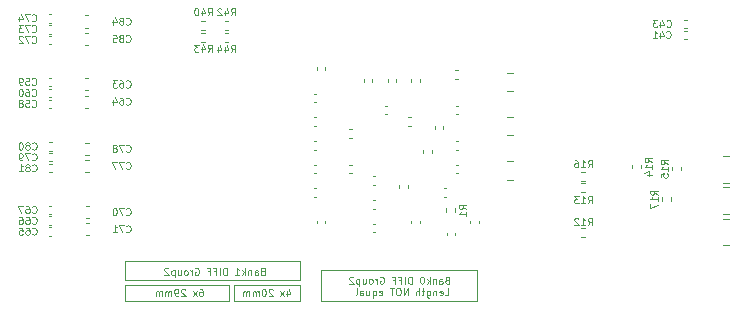
<source format=gbr>
%TF.GenerationSoftware,KiCad,Pcbnew,(6.0.0)*%
%TF.CreationDate,2022-04-28T20:30:45+08:00*%
%TF.ProjectId,XC6SLX25(FTG256)_CoreBoard,58433653-4c58-4323-9528-465447323536,rev?*%
%TF.SameCoordinates,Original*%
%TF.FileFunction,Legend,Bot*%
%TF.FilePolarity,Positive*%
%FSLAX46Y46*%
G04 Gerber Fmt 4.6, Leading zero omitted, Abs format (unit mm)*
G04 Created by KiCad (PCBNEW (6.0.0)) date 2022-04-28 20:30:45*
%MOMM*%
%LPD*%
G01*
G04 APERTURE LIST*
%ADD10C,0.080000*%
%ADD11C,0.100000*%
G04 APERTURE END LIST*
D10*
X121600000Y-103600000D02*
X130375000Y-103600000D01*
X130375000Y-103600000D02*
X130375000Y-105000000D01*
X130375000Y-105000000D02*
X121600000Y-105000000D01*
X121600000Y-105000000D02*
X121600000Y-103600000D01*
X121600000Y-101600000D02*
X136400000Y-101600000D01*
X136400000Y-101600000D02*
X136400000Y-103200000D01*
X136400000Y-103200000D02*
X121600000Y-103200000D01*
X121600000Y-103200000D02*
X121600000Y-101600000D01*
X138200000Y-102400000D02*
X151400000Y-102400000D01*
X151400000Y-102400000D02*
X151400000Y-105000000D01*
X151400000Y-105000000D02*
X138200000Y-105000000D01*
X138200000Y-105000000D02*
X138200000Y-102400000D01*
X130775000Y-103595000D02*
X136400000Y-103595000D01*
X136400000Y-103595000D02*
X136400000Y-105000000D01*
X136400000Y-105000000D02*
X130775000Y-105000000D01*
X130775000Y-105000000D02*
X130775000Y-103595000D01*
X127903571Y-103976428D02*
X128017857Y-103976428D01*
X128075000Y-104005000D01*
X128103571Y-104033571D01*
X128160714Y-104119285D01*
X128189285Y-104233571D01*
X128189285Y-104462142D01*
X128160714Y-104519285D01*
X128132142Y-104547857D01*
X128075000Y-104576428D01*
X127960714Y-104576428D01*
X127903571Y-104547857D01*
X127875000Y-104519285D01*
X127846428Y-104462142D01*
X127846428Y-104319285D01*
X127875000Y-104262142D01*
X127903571Y-104233571D01*
X127960714Y-104205000D01*
X128075000Y-104205000D01*
X128132142Y-104233571D01*
X128160714Y-104262142D01*
X128189285Y-104319285D01*
X127646428Y-104576428D02*
X127332142Y-104176428D01*
X127646428Y-104176428D02*
X127332142Y-104576428D01*
X126675000Y-104033571D02*
X126646428Y-104005000D01*
X126589285Y-103976428D01*
X126446428Y-103976428D01*
X126389285Y-104005000D01*
X126360714Y-104033571D01*
X126332142Y-104090714D01*
X126332142Y-104147857D01*
X126360714Y-104233571D01*
X126703571Y-104576428D01*
X126332142Y-104576428D01*
X126046428Y-104576428D02*
X125932142Y-104576428D01*
X125875000Y-104547857D01*
X125846428Y-104519285D01*
X125789285Y-104433571D01*
X125760714Y-104319285D01*
X125760714Y-104090714D01*
X125789285Y-104033571D01*
X125817857Y-104005000D01*
X125875000Y-103976428D01*
X125989285Y-103976428D01*
X126046428Y-104005000D01*
X126075000Y-104033571D01*
X126103571Y-104090714D01*
X126103571Y-104233571D01*
X126075000Y-104290714D01*
X126046428Y-104319285D01*
X125989285Y-104347857D01*
X125875000Y-104347857D01*
X125817857Y-104319285D01*
X125789285Y-104290714D01*
X125760714Y-104233571D01*
X125503571Y-104576428D02*
X125503571Y-104176428D01*
X125503571Y-104233571D02*
X125475000Y-104205000D01*
X125417857Y-104176428D01*
X125332142Y-104176428D01*
X125275000Y-104205000D01*
X125246428Y-104262142D01*
X125246428Y-104576428D01*
X125246428Y-104262142D02*
X125217857Y-104205000D01*
X125160714Y-104176428D01*
X125075000Y-104176428D01*
X125017857Y-104205000D01*
X124989285Y-104262142D01*
X124989285Y-104576428D01*
X124703571Y-104576428D02*
X124703571Y-104176428D01*
X124703571Y-104233571D02*
X124675000Y-104205000D01*
X124617857Y-104176428D01*
X124532142Y-104176428D01*
X124475000Y-104205000D01*
X124446428Y-104262142D01*
X124446428Y-104576428D01*
X124446428Y-104262142D02*
X124417857Y-104205000D01*
X124360714Y-104176428D01*
X124275000Y-104176428D01*
X124217857Y-104205000D01*
X124189285Y-104262142D01*
X124189285Y-104576428D01*
X133203571Y-102462142D02*
X133117857Y-102490714D01*
X133089285Y-102519285D01*
X133060714Y-102576428D01*
X133060714Y-102662142D01*
X133089285Y-102719285D01*
X133117857Y-102747857D01*
X133175000Y-102776428D01*
X133403571Y-102776428D01*
X133403571Y-102176428D01*
X133203571Y-102176428D01*
X133146428Y-102205000D01*
X133117857Y-102233571D01*
X133089285Y-102290714D01*
X133089285Y-102347857D01*
X133117857Y-102405000D01*
X133146428Y-102433571D01*
X133203571Y-102462142D01*
X133403571Y-102462142D01*
X132546428Y-102776428D02*
X132546428Y-102462142D01*
X132575000Y-102405000D01*
X132632142Y-102376428D01*
X132746428Y-102376428D01*
X132803571Y-102405000D01*
X132546428Y-102747857D02*
X132603571Y-102776428D01*
X132746428Y-102776428D01*
X132803571Y-102747857D01*
X132832142Y-102690714D01*
X132832142Y-102633571D01*
X132803571Y-102576428D01*
X132746428Y-102547857D01*
X132603571Y-102547857D01*
X132546428Y-102519285D01*
X132260714Y-102376428D02*
X132260714Y-102776428D01*
X132260714Y-102433571D02*
X132232142Y-102405000D01*
X132175000Y-102376428D01*
X132089285Y-102376428D01*
X132032142Y-102405000D01*
X132003571Y-102462142D01*
X132003571Y-102776428D01*
X131717857Y-102776428D02*
X131717857Y-102176428D01*
X131660714Y-102547857D02*
X131489285Y-102776428D01*
X131489285Y-102376428D02*
X131717857Y-102605000D01*
X130917857Y-102776428D02*
X131260714Y-102776428D01*
X131089285Y-102776428D02*
X131089285Y-102176428D01*
X131146428Y-102262142D01*
X131203571Y-102319285D01*
X131260714Y-102347857D01*
X130203571Y-102776428D02*
X130203571Y-102176428D01*
X130060714Y-102176428D01*
X129975000Y-102205000D01*
X129917857Y-102262142D01*
X129889285Y-102319285D01*
X129860714Y-102433571D01*
X129860714Y-102519285D01*
X129889285Y-102633571D01*
X129917857Y-102690714D01*
X129975000Y-102747857D01*
X130060714Y-102776428D01*
X130203571Y-102776428D01*
X129603571Y-102776428D02*
X129603571Y-102176428D01*
X129117857Y-102462142D02*
X129317857Y-102462142D01*
X129317857Y-102776428D02*
X129317857Y-102176428D01*
X129032142Y-102176428D01*
X128603571Y-102462142D02*
X128803571Y-102462142D01*
X128803571Y-102776428D02*
X128803571Y-102176428D01*
X128517857Y-102176428D01*
X127517857Y-102205000D02*
X127575000Y-102176428D01*
X127660714Y-102176428D01*
X127746428Y-102205000D01*
X127803571Y-102262142D01*
X127832142Y-102319285D01*
X127860714Y-102433571D01*
X127860714Y-102519285D01*
X127832142Y-102633571D01*
X127803571Y-102690714D01*
X127746428Y-102747857D01*
X127660714Y-102776428D01*
X127603571Y-102776428D01*
X127517857Y-102747857D01*
X127489285Y-102719285D01*
X127489285Y-102519285D01*
X127603571Y-102519285D01*
X127232142Y-102776428D02*
X127232142Y-102376428D01*
X127232142Y-102490714D02*
X127203571Y-102433571D01*
X127175000Y-102405000D01*
X127117857Y-102376428D01*
X127060714Y-102376428D01*
X126775000Y-102776428D02*
X126832142Y-102747857D01*
X126860714Y-102719285D01*
X126889285Y-102662142D01*
X126889285Y-102490714D01*
X126860714Y-102433571D01*
X126832142Y-102405000D01*
X126775000Y-102376428D01*
X126689285Y-102376428D01*
X126632142Y-102405000D01*
X126603571Y-102433571D01*
X126575000Y-102490714D01*
X126575000Y-102662142D01*
X126603571Y-102719285D01*
X126632142Y-102747857D01*
X126689285Y-102776428D01*
X126775000Y-102776428D01*
X126060714Y-102376428D02*
X126060714Y-102776428D01*
X126317857Y-102376428D02*
X126317857Y-102690714D01*
X126289285Y-102747857D01*
X126232142Y-102776428D01*
X126146428Y-102776428D01*
X126089285Y-102747857D01*
X126060714Y-102719285D01*
X125775000Y-102376428D02*
X125775000Y-102976428D01*
X125775000Y-102405000D02*
X125717857Y-102376428D01*
X125603571Y-102376428D01*
X125546428Y-102405000D01*
X125517857Y-102433571D01*
X125489285Y-102490714D01*
X125489285Y-102662142D01*
X125517857Y-102719285D01*
X125546428Y-102747857D01*
X125603571Y-102776428D01*
X125717857Y-102776428D01*
X125775000Y-102747857D01*
X125260714Y-102233571D02*
X125232142Y-102205000D01*
X125175000Y-102176428D01*
X125032142Y-102176428D01*
X124975000Y-102205000D01*
X124946428Y-102233571D01*
X124917857Y-102290714D01*
X124917857Y-102347857D01*
X124946428Y-102433571D01*
X125289285Y-102776428D01*
X124917857Y-102776428D01*
X135303571Y-104176428D02*
X135303571Y-104576428D01*
X135446428Y-103947857D02*
X135589285Y-104376428D01*
X135217857Y-104376428D01*
X135046428Y-104576428D02*
X134732142Y-104176428D01*
X135046428Y-104176428D02*
X134732142Y-104576428D01*
X134075000Y-104033571D02*
X134046428Y-104005000D01*
X133989285Y-103976428D01*
X133846428Y-103976428D01*
X133789285Y-104005000D01*
X133760714Y-104033571D01*
X133732142Y-104090714D01*
X133732142Y-104147857D01*
X133760714Y-104233571D01*
X134103571Y-104576428D01*
X133732142Y-104576428D01*
X133360714Y-103976428D02*
X133303571Y-103976428D01*
X133246428Y-104005000D01*
X133217857Y-104033571D01*
X133189285Y-104090714D01*
X133160714Y-104205000D01*
X133160714Y-104347857D01*
X133189285Y-104462142D01*
X133217857Y-104519285D01*
X133246428Y-104547857D01*
X133303571Y-104576428D01*
X133360714Y-104576428D01*
X133417857Y-104547857D01*
X133446428Y-104519285D01*
X133475000Y-104462142D01*
X133503571Y-104347857D01*
X133503571Y-104205000D01*
X133475000Y-104090714D01*
X133446428Y-104033571D01*
X133417857Y-104005000D01*
X133360714Y-103976428D01*
X132903571Y-104576428D02*
X132903571Y-104176428D01*
X132903571Y-104233571D02*
X132875000Y-104205000D01*
X132817857Y-104176428D01*
X132732142Y-104176428D01*
X132675000Y-104205000D01*
X132646428Y-104262142D01*
X132646428Y-104576428D01*
X132646428Y-104262142D02*
X132617857Y-104205000D01*
X132560714Y-104176428D01*
X132475000Y-104176428D01*
X132417857Y-104205000D01*
X132389285Y-104262142D01*
X132389285Y-104576428D01*
X132103571Y-104576428D02*
X132103571Y-104176428D01*
X132103571Y-104233571D02*
X132075000Y-104205000D01*
X132017857Y-104176428D01*
X131932142Y-104176428D01*
X131875000Y-104205000D01*
X131846428Y-104262142D01*
X131846428Y-104576428D01*
X131846428Y-104262142D02*
X131817857Y-104205000D01*
X131760714Y-104176428D01*
X131675000Y-104176428D01*
X131617857Y-104205000D01*
X131589285Y-104262142D01*
X131589285Y-104576428D01*
X148852822Y-103217825D02*
X148767108Y-103246397D01*
X148738536Y-103274968D01*
X148709965Y-103332111D01*
X148709965Y-103417825D01*
X148738536Y-103474968D01*
X148767108Y-103503540D01*
X148824251Y-103532111D01*
X149052822Y-103532111D01*
X149052822Y-102932111D01*
X148852822Y-102932111D01*
X148795679Y-102960683D01*
X148767108Y-102989254D01*
X148738536Y-103046397D01*
X148738536Y-103103540D01*
X148767108Y-103160683D01*
X148795679Y-103189254D01*
X148852822Y-103217825D01*
X149052822Y-103217825D01*
X148195679Y-103532111D02*
X148195679Y-103217825D01*
X148224251Y-103160683D01*
X148281393Y-103132111D01*
X148395679Y-103132111D01*
X148452822Y-103160683D01*
X148195679Y-103503540D02*
X148252822Y-103532111D01*
X148395679Y-103532111D01*
X148452822Y-103503540D01*
X148481393Y-103446397D01*
X148481393Y-103389254D01*
X148452822Y-103332111D01*
X148395679Y-103303540D01*
X148252822Y-103303540D01*
X148195679Y-103274968D01*
X147909965Y-103132111D02*
X147909965Y-103532111D01*
X147909965Y-103189254D02*
X147881393Y-103160683D01*
X147824251Y-103132111D01*
X147738536Y-103132111D01*
X147681393Y-103160683D01*
X147652822Y-103217825D01*
X147652822Y-103532111D01*
X147367108Y-103532111D02*
X147367108Y-102932111D01*
X147309965Y-103303540D02*
X147138536Y-103532111D01*
X147138536Y-103132111D02*
X147367108Y-103360683D01*
X146767108Y-102932111D02*
X146709965Y-102932111D01*
X146652822Y-102960683D01*
X146624251Y-102989254D01*
X146595679Y-103046397D01*
X146567108Y-103160683D01*
X146567108Y-103303540D01*
X146595679Y-103417825D01*
X146624251Y-103474968D01*
X146652822Y-103503540D01*
X146709965Y-103532111D01*
X146767108Y-103532111D01*
X146824251Y-103503540D01*
X146852822Y-103474968D01*
X146881393Y-103417825D01*
X146909965Y-103303540D01*
X146909965Y-103160683D01*
X146881393Y-103046397D01*
X146852822Y-102989254D01*
X146824251Y-102960683D01*
X146767108Y-102932111D01*
X145852822Y-103532111D02*
X145852822Y-102932111D01*
X145709965Y-102932111D01*
X145624251Y-102960683D01*
X145567108Y-103017825D01*
X145538536Y-103074968D01*
X145509965Y-103189254D01*
X145509965Y-103274968D01*
X145538536Y-103389254D01*
X145567108Y-103446397D01*
X145624251Y-103503540D01*
X145709965Y-103532111D01*
X145852822Y-103532111D01*
X145252822Y-103532111D02*
X145252822Y-102932111D01*
X144767108Y-103217825D02*
X144967108Y-103217825D01*
X144967108Y-103532111D02*
X144967108Y-102932111D01*
X144681393Y-102932111D01*
X144252822Y-103217825D02*
X144452822Y-103217825D01*
X144452822Y-103532111D02*
X144452822Y-102932111D01*
X144167108Y-102932111D01*
X143167108Y-102960683D02*
X143224251Y-102932111D01*
X143309965Y-102932111D01*
X143395679Y-102960683D01*
X143452822Y-103017825D01*
X143481393Y-103074968D01*
X143509965Y-103189254D01*
X143509965Y-103274968D01*
X143481393Y-103389254D01*
X143452822Y-103446397D01*
X143395679Y-103503540D01*
X143309965Y-103532111D01*
X143252822Y-103532111D01*
X143167108Y-103503540D01*
X143138536Y-103474968D01*
X143138536Y-103274968D01*
X143252822Y-103274968D01*
X142881393Y-103532111D02*
X142881393Y-103132111D01*
X142881393Y-103246397D02*
X142852822Y-103189254D01*
X142824251Y-103160683D01*
X142767108Y-103132111D01*
X142709965Y-103132111D01*
X142424251Y-103532111D02*
X142481393Y-103503540D01*
X142509965Y-103474968D01*
X142538536Y-103417825D01*
X142538536Y-103246397D01*
X142509965Y-103189254D01*
X142481393Y-103160683D01*
X142424251Y-103132111D01*
X142338536Y-103132111D01*
X142281393Y-103160683D01*
X142252822Y-103189254D01*
X142224251Y-103246397D01*
X142224251Y-103417825D01*
X142252822Y-103474968D01*
X142281393Y-103503540D01*
X142338536Y-103532111D01*
X142424251Y-103532111D01*
X141709965Y-103132111D02*
X141709965Y-103532111D01*
X141967108Y-103132111D02*
X141967108Y-103446397D01*
X141938536Y-103503540D01*
X141881393Y-103532111D01*
X141795679Y-103532111D01*
X141738536Y-103503540D01*
X141709965Y-103474968D01*
X141424251Y-103132111D02*
X141424251Y-103732111D01*
X141424251Y-103160683D02*
X141367108Y-103132111D01*
X141252822Y-103132111D01*
X141195679Y-103160683D01*
X141167108Y-103189254D01*
X141138536Y-103246397D01*
X141138536Y-103417825D01*
X141167108Y-103474968D01*
X141195679Y-103503540D01*
X141252822Y-103532111D01*
X141367108Y-103532111D01*
X141424251Y-103503540D01*
X140909965Y-102989254D02*
X140881393Y-102960683D01*
X140824251Y-102932111D01*
X140681393Y-102932111D01*
X140624251Y-102960683D01*
X140595679Y-102989254D01*
X140567108Y-103046397D01*
X140567108Y-103103540D01*
X140595679Y-103189254D01*
X140938536Y-103532111D01*
X140567108Y-103532111D01*
X148652822Y-104498111D02*
X148938536Y-104498111D01*
X148938536Y-103898111D01*
X148224251Y-104469540D02*
X148281393Y-104498111D01*
X148395679Y-104498111D01*
X148452822Y-104469540D01*
X148481393Y-104412397D01*
X148481393Y-104183825D01*
X148452822Y-104126683D01*
X148395679Y-104098111D01*
X148281393Y-104098111D01*
X148224251Y-104126683D01*
X148195679Y-104183825D01*
X148195679Y-104240968D01*
X148481393Y-104298111D01*
X147938536Y-104098111D02*
X147938536Y-104498111D01*
X147938536Y-104155254D02*
X147909965Y-104126683D01*
X147852822Y-104098111D01*
X147767108Y-104098111D01*
X147709965Y-104126683D01*
X147681393Y-104183825D01*
X147681393Y-104498111D01*
X147138536Y-104098111D02*
X147138536Y-104583825D01*
X147167108Y-104640968D01*
X147195679Y-104669540D01*
X147252822Y-104698111D01*
X147338536Y-104698111D01*
X147395679Y-104669540D01*
X147138536Y-104469540D02*
X147195679Y-104498111D01*
X147309965Y-104498111D01*
X147367108Y-104469540D01*
X147395679Y-104440968D01*
X147424251Y-104383825D01*
X147424251Y-104212397D01*
X147395679Y-104155254D01*
X147367108Y-104126683D01*
X147309965Y-104098111D01*
X147195679Y-104098111D01*
X147138536Y-104126683D01*
X146938536Y-104098111D02*
X146709965Y-104098111D01*
X146852822Y-103898111D02*
X146852822Y-104412397D01*
X146824251Y-104469540D01*
X146767108Y-104498111D01*
X146709965Y-104498111D01*
X146509965Y-104498111D02*
X146509965Y-103898111D01*
X146252822Y-104498111D02*
X146252822Y-104183825D01*
X146281393Y-104126683D01*
X146338536Y-104098111D01*
X146424251Y-104098111D01*
X146481393Y-104126683D01*
X146509965Y-104155254D01*
X145509965Y-104498111D02*
X145509965Y-103898111D01*
X145167108Y-104498111D01*
X145167108Y-103898111D01*
X144767108Y-103898111D02*
X144652822Y-103898111D01*
X144595679Y-103926683D01*
X144538536Y-103983825D01*
X144509965Y-104098111D01*
X144509965Y-104298111D01*
X144538536Y-104412397D01*
X144595679Y-104469540D01*
X144652822Y-104498111D01*
X144767108Y-104498111D01*
X144824251Y-104469540D01*
X144881393Y-104412397D01*
X144909965Y-104298111D01*
X144909965Y-104098111D01*
X144881393Y-103983825D01*
X144824251Y-103926683D01*
X144767108Y-103898111D01*
X144338536Y-103898111D02*
X143995679Y-103898111D01*
X144167108Y-104498111D02*
X144167108Y-103898111D01*
X143109965Y-104469540D02*
X143167108Y-104498111D01*
X143281393Y-104498111D01*
X143338536Y-104469540D01*
X143367108Y-104412397D01*
X143367108Y-104183825D01*
X143338536Y-104126683D01*
X143281393Y-104098111D01*
X143167108Y-104098111D01*
X143109965Y-104126683D01*
X143081393Y-104183825D01*
X143081393Y-104240968D01*
X143367108Y-104298111D01*
X142567108Y-104098111D02*
X142567108Y-104698111D01*
X142567108Y-104469540D02*
X142624251Y-104498111D01*
X142738536Y-104498111D01*
X142795679Y-104469540D01*
X142824251Y-104440968D01*
X142852822Y-104383825D01*
X142852822Y-104212397D01*
X142824251Y-104155254D01*
X142795679Y-104126683D01*
X142738536Y-104098111D01*
X142624251Y-104098111D01*
X142567108Y-104126683D01*
X142024251Y-104098111D02*
X142024251Y-104498111D01*
X142281393Y-104098111D02*
X142281393Y-104412397D01*
X142252822Y-104469540D01*
X142195679Y-104498111D01*
X142109965Y-104498111D01*
X142052822Y-104469540D01*
X142024251Y-104440968D01*
X141481393Y-104498111D02*
X141481393Y-104183825D01*
X141509965Y-104126683D01*
X141567108Y-104098111D01*
X141681393Y-104098111D01*
X141738536Y-104126683D01*
X141481393Y-104469540D02*
X141538536Y-104498111D01*
X141681393Y-104498111D01*
X141738536Y-104469540D01*
X141767108Y-104412397D01*
X141767108Y-104355254D01*
X141738536Y-104298111D01*
X141681393Y-104269540D01*
X141538536Y-104269540D01*
X141481393Y-104240968D01*
X141109965Y-104498111D02*
X141167108Y-104469540D01*
X141195679Y-104412397D01*
X141195679Y-103898111D01*
%TO.C,C64*%
X121675715Y-88314284D02*
X121704286Y-88342856D01*
X121790001Y-88371427D01*
X121847143Y-88371427D01*
X121932858Y-88342856D01*
X121990001Y-88285713D01*
X122018572Y-88228570D01*
X122047143Y-88114284D01*
X122047143Y-88028570D01*
X122018572Y-87914284D01*
X121990001Y-87857141D01*
X121932858Y-87799999D01*
X121847143Y-87771427D01*
X121790001Y-87771427D01*
X121704286Y-87799999D01*
X121675715Y-87828570D01*
X121161429Y-87771427D02*
X121275715Y-87771427D01*
X121332858Y-87799999D01*
X121361429Y-87828570D01*
X121418572Y-87914284D01*
X121447143Y-88028570D01*
X121447143Y-88257141D01*
X121418572Y-88314284D01*
X121390001Y-88342856D01*
X121332858Y-88371427D01*
X121218572Y-88371427D01*
X121161429Y-88342856D01*
X121132858Y-88314284D01*
X121104286Y-88257141D01*
X121104286Y-88114284D01*
X121132858Y-88057141D01*
X121161429Y-88028570D01*
X121218572Y-87999999D01*
X121332858Y-87999999D01*
X121390001Y-88028570D01*
X121418572Y-88057141D01*
X121447143Y-88114284D01*
X120590001Y-87971427D02*
X120590001Y-88371427D01*
X120732858Y-87742856D02*
X120875715Y-88171427D01*
X120504286Y-88171427D01*
%TO.C,C79*%
X113725714Y-93024286D02*
X113754285Y-93052858D01*
X113840000Y-93081429D01*
X113897142Y-93081429D01*
X113982857Y-93052858D01*
X114040000Y-92995715D01*
X114068571Y-92938572D01*
X114097142Y-92824286D01*
X114097142Y-92738572D01*
X114068571Y-92624286D01*
X114040000Y-92567143D01*
X113982857Y-92510001D01*
X113897142Y-92481429D01*
X113840000Y-92481429D01*
X113754285Y-92510001D01*
X113725714Y-92538572D01*
X113525714Y-92481429D02*
X113125714Y-92481429D01*
X113382857Y-93081429D01*
X112868571Y-93081429D02*
X112754285Y-93081429D01*
X112697142Y-93052858D01*
X112668571Y-93024286D01*
X112611428Y-92938572D01*
X112582857Y-92824286D01*
X112582857Y-92595715D01*
X112611428Y-92538572D01*
X112640000Y-92510001D01*
X112697142Y-92481429D01*
X112811428Y-92481429D01*
X112868571Y-92510001D01*
X112897142Y-92538572D01*
X112925714Y-92595715D01*
X112925714Y-92738572D01*
X112897142Y-92795715D01*
X112868571Y-92824286D01*
X112811428Y-92852858D01*
X112697142Y-92852858D01*
X112640000Y-92824286D01*
X112611428Y-92795715D01*
X112582857Y-92738572D01*
%TO.C,R16*%
X160767007Y-93676030D02*
X160967007Y-93390316D01*
X161109864Y-93676030D02*
X161109864Y-93076030D01*
X160881293Y-93076030D01*
X160824150Y-93104602D01*
X160795578Y-93133173D01*
X160767007Y-93190316D01*
X160767007Y-93276030D01*
X160795578Y-93333173D01*
X160824150Y-93361744D01*
X160881293Y-93390316D01*
X161109864Y-93390316D01*
X160195578Y-93676030D02*
X160538435Y-93676030D01*
X160367007Y-93676030D02*
X160367007Y-93076030D01*
X160424150Y-93161744D01*
X160481293Y-93218887D01*
X160538435Y-93247459D01*
X159681293Y-93076030D02*
X159795578Y-93076030D01*
X159852721Y-93104602D01*
X159881293Y-93133173D01*
X159938435Y-93218887D01*
X159967007Y-93333173D01*
X159967007Y-93561744D01*
X159938435Y-93618887D01*
X159909864Y-93647459D01*
X159852721Y-93676030D01*
X159738435Y-93676030D01*
X159681293Y-93647459D01*
X159652721Y-93618887D01*
X159624150Y-93561744D01*
X159624150Y-93418887D01*
X159652721Y-93361744D01*
X159681293Y-93333173D01*
X159738435Y-93304602D01*
X159852721Y-93304602D01*
X159909864Y-93333173D01*
X159938435Y-93361744D01*
X159967007Y-93418887D01*
%TO.C,C78*%
X121685715Y-92304285D02*
X121714286Y-92332857D01*
X121800001Y-92361428D01*
X121857143Y-92361428D01*
X121942858Y-92332857D01*
X122000001Y-92275714D01*
X122028572Y-92218571D01*
X122057143Y-92104285D01*
X122057143Y-92018571D01*
X122028572Y-91904285D01*
X122000001Y-91847142D01*
X121942858Y-91790000D01*
X121857143Y-91761428D01*
X121800001Y-91761428D01*
X121714286Y-91790000D01*
X121685715Y-91818571D01*
X121485715Y-91761428D02*
X121085715Y-91761428D01*
X121342858Y-92361428D01*
X120771429Y-92018571D02*
X120828572Y-91990000D01*
X120857143Y-91961428D01*
X120885715Y-91904285D01*
X120885715Y-91875714D01*
X120857143Y-91818571D01*
X120828572Y-91790000D01*
X120771429Y-91761428D01*
X120657143Y-91761428D01*
X120600001Y-91790000D01*
X120571429Y-91818571D01*
X120542858Y-91875714D01*
X120542858Y-91904285D01*
X120571429Y-91961428D01*
X120600001Y-91990000D01*
X120657143Y-92018571D01*
X120771429Y-92018571D01*
X120828572Y-92047142D01*
X120857143Y-92075714D01*
X120885715Y-92132857D01*
X120885715Y-92247142D01*
X120857143Y-92304285D01*
X120828572Y-92332857D01*
X120771429Y-92361428D01*
X120657143Y-92361428D01*
X120600001Y-92332857D01*
X120571429Y-92304285D01*
X120542858Y-92247142D01*
X120542858Y-92132857D01*
X120571429Y-92075714D01*
X120600001Y-92047142D01*
X120657143Y-92018571D01*
%TO.C,C58*%
X113715715Y-88494286D02*
X113744286Y-88522858D01*
X113830001Y-88551429D01*
X113887143Y-88551429D01*
X113972858Y-88522858D01*
X114030001Y-88465715D01*
X114058572Y-88408572D01*
X114087143Y-88294286D01*
X114087143Y-88208572D01*
X114058572Y-88094286D01*
X114030001Y-88037143D01*
X113972858Y-87980001D01*
X113887143Y-87951429D01*
X113830001Y-87951429D01*
X113744286Y-87980001D01*
X113715715Y-88008572D01*
X113172858Y-87951429D02*
X113458572Y-87951429D01*
X113487143Y-88237143D01*
X113458572Y-88208572D01*
X113401429Y-88180001D01*
X113258572Y-88180001D01*
X113201429Y-88208572D01*
X113172858Y-88237143D01*
X113144286Y-88294286D01*
X113144286Y-88437143D01*
X113172858Y-88494286D01*
X113201429Y-88522858D01*
X113258572Y-88551429D01*
X113401429Y-88551429D01*
X113458572Y-88522858D01*
X113487143Y-88494286D01*
X112801429Y-88208572D02*
X112858572Y-88180001D01*
X112887143Y-88151429D01*
X112915715Y-88094286D01*
X112915715Y-88065715D01*
X112887143Y-88008572D01*
X112858572Y-87980001D01*
X112801429Y-87951429D01*
X112687143Y-87951429D01*
X112630001Y-87980001D01*
X112601429Y-88008572D01*
X112572858Y-88065715D01*
X112572858Y-88094286D01*
X112601429Y-88151429D01*
X112630001Y-88180001D01*
X112687143Y-88208572D01*
X112801429Y-88208572D01*
X112858572Y-88237143D01*
X112887143Y-88265715D01*
X112915715Y-88322858D01*
X112915715Y-88437143D01*
X112887143Y-88494286D01*
X112858572Y-88522858D01*
X112801429Y-88551429D01*
X112687143Y-88551429D01*
X112630001Y-88522858D01*
X112601429Y-88494286D01*
X112572858Y-88437143D01*
X112572858Y-88322858D01*
X112601429Y-88265715D01*
X112630001Y-88237143D01*
X112687143Y-88208572D01*
%TO.C,C65*%
X113725714Y-99320643D02*
X113754285Y-99349215D01*
X113840000Y-99377786D01*
X113897142Y-99377786D01*
X113982857Y-99349215D01*
X114040000Y-99292072D01*
X114068571Y-99234929D01*
X114097142Y-99120643D01*
X114097142Y-99034929D01*
X114068571Y-98920643D01*
X114040000Y-98863500D01*
X113982857Y-98806358D01*
X113897142Y-98777786D01*
X113840000Y-98777786D01*
X113754285Y-98806358D01*
X113725714Y-98834929D01*
X113211428Y-98777786D02*
X113325714Y-98777786D01*
X113382857Y-98806358D01*
X113411428Y-98834929D01*
X113468571Y-98920643D01*
X113497142Y-99034929D01*
X113497142Y-99263500D01*
X113468571Y-99320643D01*
X113440000Y-99349215D01*
X113382857Y-99377786D01*
X113268571Y-99377786D01*
X113211428Y-99349215D01*
X113182857Y-99320643D01*
X113154285Y-99263500D01*
X113154285Y-99120643D01*
X113182857Y-99063500D01*
X113211428Y-99034929D01*
X113268571Y-99006358D01*
X113382857Y-99006358D01*
X113440000Y-99034929D01*
X113468571Y-99063500D01*
X113497142Y-99120643D01*
X112611428Y-98777786D02*
X112897142Y-98777786D01*
X112925714Y-99063500D01*
X112897142Y-99034929D01*
X112840000Y-99006358D01*
X112697142Y-99006358D01*
X112640000Y-99034929D01*
X112611428Y-99063500D01*
X112582857Y-99120643D01*
X112582857Y-99263500D01*
X112611428Y-99320643D01*
X112640000Y-99349215D01*
X112697142Y-99377786D01*
X112840000Y-99377786D01*
X112897142Y-99349215D01*
X112925714Y-99320643D01*
%TO.C,C70*%
X121685714Y-97664285D02*
X121714285Y-97692857D01*
X121800000Y-97721428D01*
X121857142Y-97721428D01*
X121942857Y-97692857D01*
X122000000Y-97635714D01*
X122028571Y-97578571D01*
X122057142Y-97464285D01*
X122057142Y-97378571D01*
X122028571Y-97264285D01*
X122000000Y-97207142D01*
X121942857Y-97150000D01*
X121857142Y-97121428D01*
X121800000Y-97121428D01*
X121714285Y-97150000D01*
X121685714Y-97178571D01*
X121485714Y-97121428D02*
X121085714Y-97121428D01*
X121342857Y-97721428D01*
X120742857Y-97121428D02*
X120685714Y-97121428D01*
X120628571Y-97150000D01*
X120600000Y-97178571D01*
X120571428Y-97235714D01*
X120542857Y-97350000D01*
X120542857Y-97492857D01*
X120571428Y-97607142D01*
X120600000Y-97664285D01*
X120628571Y-97692857D01*
X120685714Y-97721428D01*
X120742857Y-97721428D01*
X120800000Y-97692857D01*
X120828571Y-97664285D01*
X120857142Y-97607142D01*
X120885714Y-97492857D01*
X120885714Y-97350000D01*
X120857142Y-97235714D01*
X120828571Y-97178571D01*
X120800000Y-97150000D01*
X120742857Y-97121428D01*
%TO.C,C43*%
X167430714Y-81744285D02*
X167459285Y-81772857D01*
X167545000Y-81801428D01*
X167602142Y-81801428D01*
X167687857Y-81772857D01*
X167745000Y-81715714D01*
X167773571Y-81658571D01*
X167802142Y-81544285D01*
X167802142Y-81458571D01*
X167773571Y-81344285D01*
X167745000Y-81287142D01*
X167687857Y-81230000D01*
X167602142Y-81201428D01*
X167545000Y-81201428D01*
X167459285Y-81230000D01*
X167430714Y-81258571D01*
X166916428Y-81401428D02*
X166916428Y-81801428D01*
X167059285Y-81172857D02*
X167202142Y-81601428D01*
X166830714Y-81601428D01*
X166659285Y-81201428D02*
X166287857Y-81201428D01*
X166487857Y-81430000D01*
X166402142Y-81430000D01*
X166345000Y-81458571D01*
X166316428Y-81487142D01*
X166287857Y-81544285D01*
X166287857Y-81687142D01*
X166316428Y-81744285D01*
X166345000Y-81772857D01*
X166402142Y-81801428D01*
X166573571Y-81801428D01*
X166630714Y-81772857D01*
X166659285Y-81744285D01*
%TO.C,C80*%
X113725715Y-92104284D02*
X113754286Y-92132856D01*
X113840001Y-92161427D01*
X113897143Y-92161427D01*
X113982858Y-92132856D01*
X114040001Y-92075713D01*
X114068572Y-92018570D01*
X114097143Y-91904284D01*
X114097143Y-91818570D01*
X114068572Y-91704284D01*
X114040001Y-91647141D01*
X113982858Y-91589999D01*
X113897143Y-91561427D01*
X113840001Y-91561427D01*
X113754286Y-91589999D01*
X113725715Y-91618570D01*
X113382858Y-91818570D02*
X113440001Y-91789999D01*
X113468572Y-91761427D01*
X113497143Y-91704284D01*
X113497143Y-91675713D01*
X113468572Y-91618570D01*
X113440001Y-91589999D01*
X113382858Y-91561427D01*
X113268572Y-91561427D01*
X113211429Y-91589999D01*
X113182858Y-91618570D01*
X113154286Y-91675713D01*
X113154286Y-91704284D01*
X113182858Y-91761427D01*
X113211429Y-91789999D01*
X113268572Y-91818570D01*
X113382858Y-91818570D01*
X113440001Y-91847141D01*
X113468572Y-91875713D01*
X113497143Y-91932856D01*
X113497143Y-92047141D01*
X113468572Y-92104284D01*
X113440001Y-92132856D01*
X113382858Y-92161427D01*
X113268572Y-92161427D01*
X113211429Y-92132856D01*
X113182858Y-92104284D01*
X113154286Y-92047141D01*
X113154286Y-91932856D01*
X113182858Y-91875713D01*
X113211429Y-91847141D01*
X113268572Y-91818570D01*
X112782858Y-91561427D02*
X112725715Y-91561427D01*
X112668572Y-91589999D01*
X112640001Y-91618570D01*
X112611429Y-91675713D01*
X112582858Y-91789999D01*
X112582858Y-91932856D01*
X112611429Y-92047141D01*
X112640001Y-92104284D01*
X112668572Y-92132856D01*
X112725715Y-92161427D01*
X112782858Y-92161427D01*
X112840001Y-92132856D01*
X112868572Y-92104284D01*
X112897143Y-92047141D01*
X112925715Y-91932856D01*
X112925715Y-91789999D01*
X112897143Y-91675713D01*
X112868572Y-91618570D01*
X112840001Y-91589999D01*
X112782858Y-91561427D01*
%TO.C,C67*%
X113725714Y-97477242D02*
X113754285Y-97505814D01*
X113840000Y-97534385D01*
X113897142Y-97534385D01*
X113982857Y-97505814D01*
X114040000Y-97448671D01*
X114068571Y-97391528D01*
X114097142Y-97277242D01*
X114097142Y-97191528D01*
X114068571Y-97077242D01*
X114040000Y-97020099D01*
X113982857Y-96962957D01*
X113897142Y-96934385D01*
X113840000Y-96934385D01*
X113754285Y-96962957D01*
X113725714Y-96991528D01*
X113211428Y-96934385D02*
X113325714Y-96934385D01*
X113382857Y-96962957D01*
X113411428Y-96991528D01*
X113468571Y-97077242D01*
X113497142Y-97191528D01*
X113497142Y-97420099D01*
X113468571Y-97477242D01*
X113440000Y-97505814D01*
X113382857Y-97534385D01*
X113268571Y-97534385D01*
X113211428Y-97505814D01*
X113182857Y-97477242D01*
X113154285Y-97420099D01*
X113154285Y-97277242D01*
X113182857Y-97220099D01*
X113211428Y-97191528D01*
X113268571Y-97162957D01*
X113382857Y-97162957D01*
X113440000Y-97191528D01*
X113468571Y-97220099D01*
X113497142Y-97277242D01*
X112954285Y-96934385D02*
X112554285Y-96934385D01*
X112811428Y-97534385D01*
%TO.C,R13*%
X160768861Y-96707883D02*
X160968861Y-96422169D01*
X161111718Y-96707883D02*
X161111718Y-96107883D01*
X160883147Y-96107883D01*
X160826004Y-96136455D01*
X160797432Y-96165026D01*
X160768861Y-96222169D01*
X160768861Y-96307883D01*
X160797432Y-96365026D01*
X160826004Y-96393597D01*
X160883147Y-96422169D01*
X161111718Y-96422169D01*
X160197432Y-96707883D02*
X160540289Y-96707883D01*
X160368861Y-96707883D02*
X160368861Y-96107883D01*
X160426004Y-96193597D01*
X160483147Y-96250740D01*
X160540289Y-96279312D01*
X159997432Y-96107883D02*
X159626004Y-96107883D01*
X159826004Y-96336455D01*
X159740289Y-96336455D01*
X159683147Y-96365026D01*
X159654575Y-96393597D01*
X159626004Y-96450740D01*
X159626004Y-96593597D01*
X159654575Y-96650740D01*
X159683147Y-96679312D01*
X159740289Y-96707883D01*
X159911718Y-96707883D01*
X159968861Y-96679312D01*
X159997432Y-96650740D01*
%TO.C,R12*%
X160769260Y-98544511D02*
X160969260Y-98258797D01*
X161112117Y-98544511D02*
X161112117Y-97944511D01*
X160883546Y-97944511D01*
X160826403Y-97973083D01*
X160797831Y-98001654D01*
X160769260Y-98058797D01*
X160769260Y-98144511D01*
X160797831Y-98201654D01*
X160826403Y-98230225D01*
X160883546Y-98258797D01*
X161112117Y-98258797D01*
X160197831Y-98544511D02*
X160540688Y-98544511D01*
X160369260Y-98544511D02*
X160369260Y-97944511D01*
X160426403Y-98030225D01*
X160483546Y-98087368D01*
X160540688Y-98115940D01*
X159969260Y-98001654D02*
X159940688Y-97973083D01*
X159883546Y-97944511D01*
X159740688Y-97944511D01*
X159683546Y-97973083D01*
X159654974Y-98001654D01*
X159626403Y-98058797D01*
X159626403Y-98115940D01*
X159654974Y-98201654D01*
X159997831Y-98544511D01*
X159626403Y-98544511D01*
%TO.C,R44*%
X130547073Y-83911428D02*
X130747073Y-83625714D01*
X130889930Y-83911428D02*
X130889930Y-83311428D01*
X130661359Y-83311428D01*
X130604216Y-83340000D01*
X130575644Y-83368571D01*
X130547073Y-83425714D01*
X130547073Y-83511428D01*
X130575644Y-83568571D01*
X130604216Y-83597142D01*
X130661359Y-83625714D01*
X130889930Y-83625714D01*
X130032787Y-83511428D02*
X130032787Y-83911428D01*
X130175644Y-83282857D02*
X130318501Y-83711428D01*
X129947073Y-83711428D01*
X129461359Y-83511428D02*
X129461359Y-83911428D01*
X129604216Y-83282857D02*
X129747073Y-83711428D01*
X129375644Y-83711428D01*
%TO.C,C72*%
X113715714Y-83094283D02*
X113744285Y-83122855D01*
X113830000Y-83151426D01*
X113887142Y-83151426D01*
X113972857Y-83122855D01*
X114030000Y-83065712D01*
X114058571Y-83008569D01*
X114087142Y-82894283D01*
X114087142Y-82808569D01*
X114058571Y-82694283D01*
X114030000Y-82637140D01*
X113972857Y-82579998D01*
X113887142Y-82551426D01*
X113830000Y-82551426D01*
X113744285Y-82579998D01*
X113715714Y-82608569D01*
X113515714Y-82551426D02*
X113115714Y-82551426D01*
X113372857Y-83151426D01*
X112915714Y-82608569D02*
X112887142Y-82579998D01*
X112830000Y-82551426D01*
X112687142Y-82551426D01*
X112630000Y-82579998D01*
X112601428Y-82608569D01*
X112572857Y-82665712D01*
X112572857Y-82722855D01*
X112601428Y-82808569D01*
X112944285Y-83151426D01*
X112572857Y-83151426D01*
%TO.C,R40*%
X128590714Y-80791428D02*
X128790714Y-80505714D01*
X128933571Y-80791428D02*
X128933571Y-80191428D01*
X128705000Y-80191428D01*
X128647857Y-80220000D01*
X128619285Y-80248571D01*
X128590714Y-80305714D01*
X128590714Y-80391428D01*
X128619285Y-80448571D01*
X128647857Y-80477142D01*
X128705000Y-80505714D01*
X128933571Y-80505714D01*
X128076428Y-80391428D02*
X128076428Y-80791428D01*
X128219285Y-80162857D02*
X128362142Y-80591428D01*
X127990714Y-80591428D01*
X127647857Y-80191428D02*
X127590714Y-80191428D01*
X127533571Y-80220000D01*
X127505000Y-80248571D01*
X127476428Y-80305714D01*
X127447857Y-80420000D01*
X127447857Y-80562857D01*
X127476428Y-80677142D01*
X127505000Y-80734285D01*
X127533571Y-80762857D01*
X127590714Y-80791428D01*
X127647857Y-80791428D01*
X127705000Y-80762857D01*
X127733571Y-80734285D01*
X127762142Y-80677142D01*
X127790714Y-80562857D01*
X127790714Y-80420000D01*
X127762142Y-80305714D01*
X127733571Y-80248571D01*
X127705000Y-80220000D01*
X127647857Y-80191428D01*
%TO.C,C59*%
X113715714Y-86644285D02*
X113744285Y-86672857D01*
X113830000Y-86701428D01*
X113887142Y-86701428D01*
X113972857Y-86672857D01*
X114030000Y-86615714D01*
X114058571Y-86558571D01*
X114087142Y-86444285D01*
X114087142Y-86358571D01*
X114058571Y-86244285D01*
X114030000Y-86187142D01*
X113972857Y-86130000D01*
X113887142Y-86101428D01*
X113830000Y-86101428D01*
X113744285Y-86130000D01*
X113715714Y-86158571D01*
X113172857Y-86101428D02*
X113458571Y-86101428D01*
X113487142Y-86387142D01*
X113458571Y-86358571D01*
X113401428Y-86330000D01*
X113258571Y-86330000D01*
X113201428Y-86358571D01*
X113172857Y-86387142D01*
X113144285Y-86444285D01*
X113144285Y-86587142D01*
X113172857Y-86644285D01*
X113201428Y-86672857D01*
X113258571Y-86701428D01*
X113401428Y-86701428D01*
X113458571Y-86672857D01*
X113487142Y-86644285D01*
X112858571Y-86701428D02*
X112744285Y-86701428D01*
X112687142Y-86672857D01*
X112658571Y-86644285D01*
X112601428Y-86558571D01*
X112572857Y-86444285D01*
X112572857Y-86215714D01*
X112601428Y-86158571D01*
X112630000Y-86130000D01*
X112687142Y-86101428D01*
X112801428Y-86101428D01*
X112858571Y-86130000D01*
X112887142Y-86158571D01*
X112915714Y-86215714D01*
X112915714Y-86358571D01*
X112887142Y-86415714D01*
X112858571Y-86444285D01*
X112801428Y-86472857D01*
X112687142Y-86472857D01*
X112630000Y-86444285D01*
X112601428Y-86415714D01*
X112572857Y-86358571D01*
%TO.C,C73*%
X113715714Y-82174281D02*
X113744285Y-82202853D01*
X113830000Y-82231424D01*
X113887142Y-82231424D01*
X113972857Y-82202853D01*
X114030000Y-82145710D01*
X114058571Y-82088567D01*
X114087142Y-81974281D01*
X114087142Y-81888567D01*
X114058571Y-81774281D01*
X114030000Y-81717138D01*
X113972857Y-81659996D01*
X113887142Y-81631424D01*
X113830000Y-81631424D01*
X113744285Y-81659996D01*
X113715714Y-81688567D01*
X113515714Y-81631424D02*
X113115714Y-81631424D01*
X113372857Y-82231424D01*
X112944285Y-81631424D02*
X112572857Y-81631424D01*
X112772857Y-81859996D01*
X112687142Y-81859996D01*
X112630000Y-81888567D01*
X112601428Y-81917138D01*
X112572857Y-81974281D01*
X112572857Y-82117138D01*
X112601428Y-82174281D01*
X112630000Y-82202853D01*
X112687142Y-82231424D01*
X112858571Y-82231424D01*
X112915714Y-82202853D01*
X112944285Y-82174281D01*
%TO.C,C71*%
X121685715Y-99124284D02*
X121714286Y-99152856D01*
X121800001Y-99181427D01*
X121857143Y-99181427D01*
X121942858Y-99152856D01*
X122000001Y-99095713D01*
X122028572Y-99038570D01*
X122057143Y-98924284D01*
X122057143Y-98838570D01*
X122028572Y-98724284D01*
X122000001Y-98667141D01*
X121942858Y-98609999D01*
X121857143Y-98581427D01*
X121800001Y-98581427D01*
X121714286Y-98609999D01*
X121685715Y-98638570D01*
X121485715Y-98581427D02*
X121085715Y-98581427D01*
X121342858Y-99181427D01*
X120542858Y-99181427D02*
X120885715Y-99181427D01*
X120714286Y-99181427D02*
X120714286Y-98581427D01*
X120771429Y-98667141D01*
X120828572Y-98724284D01*
X120885715Y-98752856D01*
%TO.C,C74*%
X113715714Y-81264284D02*
X113744285Y-81292856D01*
X113830000Y-81321427D01*
X113887142Y-81321427D01*
X113972857Y-81292856D01*
X114030000Y-81235713D01*
X114058571Y-81178570D01*
X114087142Y-81064284D01*
X114087142Y-80978570D01*
X114058571Y-80864284D01*
X114030000Y-80807141D01*
X113972857Y-80749999D01*
X113887142Y-80721427D01*
X113830000Y-80721427D01*
X113744285Y-80749999D01*
X113715714Y-80778570D01*
X113515714Y-80721427D02*
X113115714Y-80721427D01*
X113372857Y-81321427D01*
X112630000Y-80921427D02*
X112630000Y-81321427D01*
X112772857Y-80692856D02*
X112915714Y-81121427D01*
X112544285Y-81121427D01*
%TO.C,C84*%
X121675715Y-81534281D02*
X121704286Y-81562853D01*
X121790001Y-81591424D01*
X121847143Y-81591424D01*
X121932858Y-81562853D01*
X121990001Y-81505710D01*
X122018572Y-81448567D01*
X122047143Y-81334281D01*
X122047143Y-81248567D01*
X122018572Y-81134281D01*
X121990001Y-81077138D01*
X121932858Y-81019996D01*
X121847143Y-80991424D01*
X121790001Y-80991424D01*
X121704286Y-81019996D01*
X121675715Y-81048567D01*
X121332858Y-81248567D02*
X121390001Y-81219996D01*
X121418572Y-81191424D01*
X121447143Y-81134281D01*
X121447143Y-81105710D01*
X121418572Y-81048567D01*
X121390001Y-81019996D01*
X121332858Y-80991424D01*
X121218572Y-80991424D01*
X121161429Y-81019996D01*
X121132858Y-81048567D01*
X121104286Y-81105710D01*
X121104286Y-81134281D01*
X121132858Y-81191424D01*
X121161429Y-81219996D01*
X121218572Y-81248567D01*
X121332858Y-81248567D01*
X121390001Y-81277138D01*
X121418572Y-81305710D01*
X121447143Y-81362853D01*
X121447143Y-81477138D01*
X121418572Y-81534281D01*
X121390001Y-81562853D01*
X121332858Y-81591424D01*
X121218572Y-81591424D01*
X121161429Y-81562853D01*
X121132858Y-81534281D01*
X121104286Y-81477138D01*
X121104286Y-81362853D01*
X121132858Y-81305710D01*
X121161429Y-81277138D01*
X121218572Y-81248567D01*
X120590001Y-81191424D02*
X120590001Y-81591424D01*
X120732858Y-80962853D02*
X120875715Y-81391424D01*
X120504286Y-81391424D01*
%TO.C,R14*%
X166166428Y-93219286D02*
X165880714Y-93019286D01*
X166166428Y-92876429D02*
X165566428Y-92876429D01*
X165566428Y-93105001D01*
X165595000Y-93162143D01*
X165623571Y-93190715D01*
X165680714Y-93219286D01*
X165766428Y-93219286D01*
X165823571Y-93190715D01*
X165852142Y-93162143D01*
X165880714Y-93105001D01*
X165880714Y-92876429D01*
X166166428Y-93790715D02*
X166166428Y-93447858D01*
X166166428Y-93619286D02*
X165566428Y-93619286D01*
X165652142Y-93562143D01*
X165709285Y-93505001D01*
X165737857Y-93447858D01*
X165766428Y-94305001D02*
X166166428Y-94305001D01*
X165537857Y-94162143D02*
X165966428Y-94019286D01*
X165966428Y-94390715D01*
%TO.C,R1*%
X150446428Y-97200714D02*
X150160714Y-97000714D01*
X150446428Y-96857856D02*
X149846428Y-96857856D01*
X149846428Y-97086428D01*
X149875000Y-97143571D01*
X149903571Y-97172142D01*
X149960714Y-97200714D01*
X150046428Y-97200714D01*
X150103571Y-97172142D01*
X150132142Y-97143571D01*
X150160714Y-97086428D01*
X150160714Y-96857856D01*
X150446428Y-97772142D02*
X150446428Y-97429285D01*
X150446428Y-97600714D02*
X149846428Y-97600714D01*
X149932142Y-97543571D01*
X149989285Y-97486428D01*
X150017857Y-97429285D01*
%TO.C,R43*%
X128590714Y-83891428D02*
X128790714Y-83605714D01*
X128933571Y-83891428D02*
X128933571Y-83291428D01*
X128705000Y-83291428D01*
X128647857Y-83320000D01*
X128619285Y-83348571D01*
X128590714Y-83405714D01*
X128590714Y-83491428D01*
X128619285Y-83548571D01*
X128647857Y-83577142D01*
X128705000Y-83605714D01*
X128933571Y-83605714D01*
X128076428Y-83491428D02*
X128076428Y-83891428D01*
X128219285Y-83262857D02*
X128362142Y-83691428D01*
X127990714Y-83691428D01*
X127819285Y-83291428D02*
X127447857Y-83291428D01*
X127647857Y-83520000D01*
X127562142Y-83520000D01*
X127505000Y-83548571D01*
X127476428Y-83577142D01*
X127447857Y-83634285D01*
X127447857Y-83777142D01*
X127476428Y-83834285D01*
X127505000Y-83862857D01*
X127562142Y-83891428D01*
X127733571Y-83891428D01*
X127790714Y-83862857D01*
X127819285Y-83834285D01*
%TO.C,C63*%
X121675715Y-86854285D02*
X121704286Y-86882857D01*
X121790001Y-86911428D01*
X121847143Y-86911428D01*
X121932858Y-86882857D01*
X121990001Y-86825714D01*
X122018572Y-86768571D01*
X122047143Y-86654285D01*
X122047143Y-86568571D01*
X122018572Y-86454285D01*
X121990001Y-86397142D01*
X121932858Y-86340000D01*
X121847143Y-86311428D01*
X121790001Y-86311428D01*
X121704286Y-86340000D01*
X121675715Y-86368571D01*
X121161429Y-86311428D02*
X121275715Y-86311428D01*
X121332858Y-86340000D01*
X121361429Y-86368571D01*
X121418572Y-86454285D01*
X121447143Y-86568571D01*
X121447143Y-86797142D01*
X121418572Y-86854285D01*
X121390001Y-86882857D01*
X121332858Y-86911428D01*
X121218572Y-86911428D01*
X121161429Y-86882857D01*
X121132858Y-86854285D01*
X121104286Y-86797142D01*
X121104286Y-86654285D01*
X121132858Y-86597142D01*
X121161429Y-86568571D01*
X121218572Y-86540000D01*
X121332858Y-86540000D01*
X121390001Y-86568571D01*
X121418572Y-86597142D01*
X121447143Y-86654285D01*
X120904286Y-86311428D02*
X120532858Y-86311428D01*
X120732858Y-86540000D01*
X120647143Y-86540000D01*
X120590001Y-86568571D01*
X120561429Y-86597142D01*
X120532858Y-86654285D01*
X120532858Y-86797142D01*
X120561429Y-86854285D01*
X120590001Y-86882857D01*
X120647143Y-86911428D01*
X120818572Y-86911428D01*
X120875715Y-86882857D01*
X120904286Y-86854285D01*
%TO.C,C60*%
X113715715Y-87574285D02*
X113744286Y-87602857D01*
X113830001Y-87631428D01*
X113887143Y-87631428D01*
X113972858Y-87602857D01*
X114030001Y-87545714D01*
X114058572Y-87488571D01*
X114087143Y-87374285D01*
X114087143Y-87288571D01*
X114058572Y-87174285D01*
X114030001Y-87117142D01*
X113972858Y-87060000D01*
X113887143Y-87031428D01*
X113830001Y-87031428D01*
X113744286Y-87060000D01*
X113715715Y-87088571D01*
X113201429Y-87031428D02*
X113315715Y-87031428D01*
X113372858Y-87060000D01*
X113401429Y-87088571D01*
X113458572Y-87174285D01*
X113487143Y-87288571D01*
X113487143Y-87517142D01*
X113458572Y-87574285D01*
X113430001Y-87602857D01*
X113372858Y-87631428D01*
X113258572Y-87631428D01*
X113201429Y-87602857D01*
X113172858Y-87574285D01*
X113144286Y-87517142D01*
X113144286Y-87374285D01*
X113172858Y-87317142D01*
X113201429Y-87288571D01*
X113258572Y-87260000D01*
X113372858Y-87260000D01*
X113430001Y-87288571D01*
X113458572Y-87317142D01*
X113487143Y-87374285D01*
X112772858Y-87031428D02*
X112715715Y-87031428D01*
X112658572Y-87060000D01*
X112630001Y-87088571D01*
X112601429Y-87145714D01*
X112572858Y-87260000D01*
X112572858Y-87402857D01*
X112601429Y-87517142D01*
X112630001Y-87574285D01*
X112658572Y-87602857D01*
X112715715Y-87631428D01*
X112772858Y-87631428D01*
X112830001Y-87602857D01*
X112858572Y-87574285D01*
X112887143Y-87517142D01*
X112915715Y-87402857D01*
X112915715Y-87260000D01*
X112887143Y-87145714D01*
X112858572Y-87088571D01*
X112830001Y-87060000D01*
X112772858Y-87031428D01*
%TO.C,C66*%
X113725714Y-98400644D02*
X113754285Y-98429216D01*
X113840000Y-98457787D01*
X113897142Y-98457787D01*
X113982857Y-98429216D01*
X114040000Y-98372073D01*
X114068571Y-98314930D01*
X114097142Y-98200644D01*
X114097142Y-98114930D01*
X114068571Y-98000644D01*
X114040000Y-97943501D01*
X113982857Y-97886359D01*
X113897142Y-97857787D01*
X113840000Y-97857787D01*
X113754285Y-97886359D01*
X113725714Y-97914930D01*
X113211428Y-97857787D02*
X113325714Y-97857787D01*
X113382857Y-97886359D01*
X113411428Y-97914930D01*
X113468571Y-98000644D01*
X113497142Y-98114930D01*
X113497142Y-98343501D01*
X113468571Y-98400644D01*
X113440000Y-98429216D01*
X113382857Y-98457787D01*
X113268571Y-98457787D01*
X113211428Y-98429216D01*
X113182857Y-98400644D01*
X113154285Y-98343501D01*
X113154285Y-98200644D01*
X113182857Y-98143501D01*
X113211428Y-98114930D01*
X113268571Y-98086359D01*
X113382857Y-98086359D01*
X113440000Y-98114930D01*
X113468571Y-98143501D01*
X113497142Y-98200644D01*
X112640000Y-97857787D02*
X112754285Y-97857787D01*
X112811428Y-97886359D01*
X112840000Y-97914930D01*
X112897142Y-98000644D01*
X112925714Y-98114930D01*
X112925714Y-98343501D01*
X112897142Y-98400644D01*
X112868571Y-98429216D01*
X112811428Y-98457787D01*
X112697142Y-98457787D01*
X112640000Y-98429216D01*
X112611428Y-98400644D01*
X112582857Y-98343501D01*
X112582857Y-98200644D01*
X112611428Y-98143501D01*
X112640000Y-98114930D01*
X112697142Y-98086359D01*
X112811428Y-98086359D01*
X112868571Y-98114930D01*
X112897142Y-98143501D01*
X112925714Y-98200644D01*
%TO.C,C41*%
X167420714Y-82664285D02*
X167449285Y-82692857D01*
X167535000Y-82721428D01*
X167592142Y-82721428D01*
X167677857Y-82692857D01*
X167735000Y-82635714D01*
X167763571Y-82578571D01*
X167792142Y-82464285D01*
X167792142Y-82378571D01*
X167763571Y-82264285D01*
X167735000Y-82207142D01*
X167677857Y-82150000D01*
X167592142Y-82121428D01*
X167535000Y-82121428D01*
X167449285Y-82150000D01*
X167420714Y-82178571D01*
X166906428Y-82321428D02*
X166906428Y-82721428D01*
X167049285Y-82092857D02*
X167192142Y-82521428D01*
X166820714Y-82521428D01*
X166277857Y-82721428D02*
X166620714Y-82721428D01*
X166449285Y-82721428D02*
X166449285Y-82121428D01*
X166506428Y-82207142D01*
X166563571Y-82264285D01*
X166620714Y-82292857D01*
%TO.C,R42*%
X130550714Y-80801428D02*
X130750714Y-80515714D01*
X130893571Y-80801428D02*
X130893571Y-80201428D01*
X130665000Y-80201428D01*
X130607857Y-80230000D01*
X130579285Y-80258571D01*
X130550714Y-80315714D01*
X130550714Y-80401428D01*
X130579285Y-80458571D01*
X130607857Y-80487142D01*
X130665000Y-80515714D01*
X130893571Y-80515714D01*
X130036428Y-80401428D02*
X130036428Y-80801428D01*
X130179285Y-80172857D02*
X130322142Y-80601428D01*
X129950714Y-80601428D01*
X129750714Y-80258571D02*
X129722142Y-80230000D01*
X129665000Y-80201428D01*
X129522142Y-80201428D01*
X129465000Y-80230000D01*
X129436428Y-80258571D01*
X129407857Y-80315714D01*
X129407857Y-80372857D01*
X129436428Y-80458571D01*
X129779285Y-80801428D01*
X129407857Y-80801428D01*
%TO.C,C77*%
X121685715Y-93764285D02*
X121714286Y-93792857D01*
X121800001Y-93821428D01*
X121857143Y-93821428D01*
X121942858Y-93792857D01*
X122000001Y-93735714D01*
X122028572Y-93678571D01*
X122057143Y-93564285D01*
X122057143Y-93478571D01*
X122028572Y-93364285D01*
X122000001Y-93307142D01*
X121942858Y-93250000D01*
X121857143Y-93221428D01*
X121800001Y-93221428D01*
X121714286Y-93250000D01*
X121685715Y-93278571D01*
X121485715Y-93221428D02*
X121085715Y-93221428D01*
X121342858Y-93821428D01*
X120914286Y-93221428D02*
X120514286Y-93221428D01*
X120771429Y-93821428D01*
%TO.C,R15*%
X167538235Y-93387269D02*
X167252521Y-93187269D01*
X167538235Y-93044412D02*
X166938235Y-93044412D01*
X166938235Y-93272984D01*
X166966807Y-93330126D01*
X166995378Y-93358698D01*
X167052521Y-93387269D01*
X167138235Y-93387269D01*
X167195378Y-93358698D01*
X167223949Y-93330126D01*
X167252521Y-93272984D01*
X167252521Y-93044412D01*
X167538235Y-93958698D02*
X167538235Y-93615841D01*
X167538235Y-93787269D02*
X166938235Y-93787269D01*
X167023949Y-93730126D01*
X167081092Y-93672984D01*
X167109664Y-93615841D01*
X166938235Y-94501555D02*
X166938235Y-94215841D01*
X167223949Y-94187269D01*
X167195378Y-94215841D01*
X167166807Y-94272984D01*
X167166807Y-94415841D01*
X167195378Y-94472984D01*
X167223949Y-94501555D01*
X167281092Y-94530126D01*
X167423949Y-94530126D01*
X167481092Y-94501555D01*
X167509664Y-94472984D01*
X167538235Y-94415841D01*
X167538235Y-94272984D01*
X167509664Y-94215841D01*
X167481092Y-94187269D01*
%TO.C,C81*%
X113725714Y-93944285D02*
X113754285Y-93972857D01*
X113840000Y-94001428D01*
X113897142Y-94001428D01*
X113982857Y-93972857D01*
X114040000Y-93915714D01*
X114068571Y-93858571D01*
X114097142Y-93744285D01*
X114097142Y-93658571D01*
X114068571Y-93544285D01*
X114040000Y-93487142D01*
X113982857Y-93430000D01*
X113897142Y-93401428D01*
X113840000Y-93401428D01*
X113754285Y-93430000D01*
X113725714Y-93458571D01*
X113382857Y-93658571D02*
X113440000Y-93630000D01*
X113468571Y-93601428D01*
X113497142Y-93544285D01*
X113497142Y-93515714D01*
X113468571Y-93458571D01*
X113440000Y-93430000D01*
X113382857Y-93401428D01*
X113268571Y-93401428D01*
X113211428Y-93430000D01*
X113182857Y-93458571D01*
X113154285Y-93515714D01*
X113154285Y-93544285D01*
X113182857Y-93601428D01*
X113211428Y-93630000D01*
X113268571Y-93658571D01*
X113382857Y-93658571D01*
X113440000Y-93687142D01*
X113468571Y-93715714D01*
X113497142Y-93772857D01*
X113497142Y-93887142D01*
X113468571Y-93944285D01*
X113440000Y-93972857D01*
X113382857Y-94001428D01*
X113268571Y-94001428D01*
X113211428Y-93972857D01*
X113182857Y-93944285D01*
X113154285Y-93887142D01*
X113154285Y-93772857D01*
X113182857Y-93715714D01*
X113211428Y-93687142D01*
X113268571Y-93658571D01*
X112582857Y-94001428D02*
X112925714Y-94001428D01*
X112754285Y-94001428D02*
X112754285Y-93401428D01*
X112811428Y-93487142D01*
X112868571Y-93544285D01*
X112925714Y-93572857D01*
%TO.C,C85*%
X121675715Y-82994281D02*
X121704286Y-83022853D01*
X121790001Y-83051424D01*
X121847143Y-83051424D01*
X121932858Y-83022853D01*
X121990001Y-82965710D01*
X122018572Y-82908567D01*
X122047143Y-82794281D01*
X122047143Y-82708567D01*
X122018572Y-82594281D01*
X121990001Y-82537138D01*
X121932858Y-82479996D01*
X121847143Y-82451424D01*
X121790001Y-82451424D01*
X121704286Y-82479996D01*
X121675715Y-82508567D01*
X121332858Y-82708567D02*
X121390001Y-82679996D01*
X121418572Y-82651424D01*
X121447143Y-82594281D01*
X121447143Y-82565710D01*
X121418572Y-82508567D01*
X121390001Y-82479996D01*
X121332858Y-82451424D01*
X121218572Y-82451424D01*
X121161429Y-82479996D01*
X121132858Y-82508567D01*
X121104286Y-82565710D01*
X121104286Y-82594281D01*
X121132858Y-82651424D01*
X121161429Y-82679996D01*
X121218572Y-82708567D01*
X121332858Y-82708567D01*
X121390001Y-82737138D01*
X121418572Y-82765710D01*
X121447143Y-82822853D01*
X121447143Y-82937138D01*
X121418572Y-82994281D01*
X121390001Y-83022853D01*
X121332858Y-83051424D01*
X121218572Y-83051424D01*
X121161429Y-83022853D01*
X121132858Y-82994281D01*
X121104286Y-82937138D01*
X121104286Y-82822853D01*
X121132858Y-82765710D01*
X121161429Y-82737138D01*
X121218572Y-82708567D01*
X120561429Y-82451424D02*
X120847143Y-82451424D01*
X120875715Y-82737138D01*
X120847143Y-82708567D01*
X120790001Y-82679996D01*
X120647143Y-82679996D01*
X120590001Y-82708567D01*
X120561429Y-82737138D01*
X120532858Y-82794281D01*
X120532858Y-82937138D01*
X120561429Y-82994281D01*
X120590001Y-83022853D01*
X120647143Y-83051424D01*
X120790001Y-83051424D01*
X120847143Y-83022853D01*
X120875715Y-82994281D01*
%TO.C,R17*%
X166666697Y-95976265D02*
X166380983Y-95776265D01*
X166666697Y-95633408D02*
X166066697Y-95633408D01*
X166066697Y-95861980D01*
X166095269Y-95919122D01*
X166123840Y-95947694D01*
X166180983Y-95976265D01*
X166266697Y-95976265D01*
X166323840Y-95947694D01*
X166352411Y-95919122D01*
X166380983Y-95861980D01*
X166380983Y-95633408D01*
X166666697Y-96547694D02*
X166666697Y-96204837D01*
X166666697Y-96376265D02*
X166066697Y-96376265D01*
X166152411Y-96319122D01*
X166209554Y-96261980D01*
X166238126Y-96204837D01*
X166066697Y-96747694D02*
X166066697Y-97147694D01*
X166666697Y-96890551D01*
D11*
%TO.C,C14*%
X137784740Y-94165000D02*
X137569068Y-94165000D01*
X137784740Y-93445000D02*
X137569068Y-93445000D01*
%TO.C,C64*%
X118490581Y-88609999D02*
X118209421Y-88609999D01*
X118490581Y-87589999D02*
X118209421Y-87589999D01*
%TO.C,RN11*%
X154445001Y-85655000D02*
X153945001Y-85655000D01*
X154445001Y-87215000D02*
X153945001Y-87215000D01*
%TO.C,C20*%
X137569067Y-91455000D02*
X137784739Y-91455000D01*
X137569067Y-92175000D02*
X137784739Y-92175000D01*
%TO.C,C13*%
X145810000Y-86405933D02*
X145810000Y-86190261D01*
X146530000Y-86405933D02*
X146530000Y-86190261D01*
%TO.C,C79*%
X115152163Y-92450001D02*
X115367835Y-92450001D01*
X115152163Y-93170001D02*
X115367835Y-93170001D01*
%TO.C,C10*%
X143567164Y-88441464D02*
X143782836Y-88441464D01*
X143567164Y-89161464D02*
X143782836Y-89161464D01*
%TO.C,C30*%
X140780932Y-93440000D02*
X140565260Y-93440000D01*
X140780932Y-94160000D02*
X140565260Y-94160000D01*
%TO.C,R16*%
X160535333Y-94835000D02*
X160228051Y-94835000D01*
X160535333Y-94075000D02*
X160228051Y-94075000D01*
%TO.C,C78*%
X118500581Y-91580000D02*
X118219421Y-91580000D01*
X118500581Y-92600000D02*
X118219421Y-92600000D01*
%TO.C,C58*%
X115122165Y-87940001D02*
X115337837Y-87940001D01*
X115122165Y-88660001D02*
X115337837Y-88660001D01*
%TO.C,C65*%
X115141823Y-99466358D02*
X115357495Y-99466358D01*
X115141823Y-98746358D02*
X115357495Y-98746358D01*
%TO.C,C70*%
X118520579Y-96940000D02*
X118239419Y-96940000D01*
X118520579Y-97960000D02*
X118239419Y-97960000D01*
%TO.C,C43*%
X169152836Y-81890000D02*
X168937164Y-81890000D01*
X169152836Y-81170000D02*
X168937164Y-81170000D01*
%TO.C,C80*%
X115152164Y-92249999D02*
X115367836Y-92249999D01*
X115152164Y-91529999D02*
X115367836Y-91529999D01*
%TO.C,C67*%
X115141822Y-96902957D02*
X115357494Y-96902957D01*
X115141822Y-97622957D02*
X115357494Y-97622957D01*
%TO.C,C4*%
X140784741Y-90445000D02*
X140569069Y-90445000D01*
X140784741Y-91165000D02*
X140569069Y-91165000D01*
%TO.C,R13*%
X160535333Y-95775000D02*
X160228051Y-95775000D01*
X160535333Y-95015000D02*
X160228051Y-95015000D01*
%TO.C,C6*%
X143818875Y-86199284D02*
X143818875Y-86414956D01*
X144538875Y-86199284D02*
X144538875Y-86414956D01*
%TO.C,C15*%
X137784740Y-90165000D02*
X137569068Y-90165000D01*
X137784740Y-89445000D02*
X137569068Y-89445000D01*
%TO.C,C33*%
X149569068Y-91450000D02*
X149784740Y-91450000D01*
X149569068Y-92170000D02*
X149784740Y-92170000D01*
%TO.C,C36*%
X150815000Y-98197164D02*
X150815000Y-98412836D01*
X151535000Y-98197164D02*
X151535000Y-98412836D01*
%TO.C,C3*%
X148815000Y-99197164D02*
X148815000Y-99412836D01*
X149535000Y-99197164D02*
X149535000Y-99412836D01*
%TO.C,R12*%
X160535333Y-99585000D02*
X160228051Y-99585000D01*
X160535333Y-98825000D02*
X160228051Y-98825000D01*
%TO.C,C1*%
X149560260Y-85450000D02*
X149775932Y-85450000D01*
X149560260Y-86170000D02*
X149775932Y-86170000D01*
%TO.C,R44*%
X130318641Y-82280000D02*
X130011359Y-82280000D01*
X130318641Y-83040000D02*
X130011359Y-83040000D01*
%TO.C,C2*%
X146815000Y-92414740D02*
X146815000Y-92199068D01*
X147535000Y-92414740D02*
X147535000Y-92199068D01*
%TO.C,C72*%
X115112163Y-82539998D02*
X115327835Y-82539998D01*
X115112163Y-83259998D02*
X115327835Y-83259998D01*
%TO.C,R40*%
X128051359Y-81240000D02*
X128358641Y-81240000D01*
X128051359Y-82000000D02*
X128358641Y-82000000D01*
%TO.C,C59*%
X115122164Y-86810000D02*
X115337836Y-86810000D01*
X115122164Y-86090000D02*
X115337836Y-86090000D01*
%TO.C,C73*%
X115112164Y-81619996D02*
X115327836Y-81619996D01*
X115112164Y-82339996D02*
X115327836Y-82339996D01*
%TO.C,C71*%
X118520581Y-98399999D02*
X118239421Y-98399999D01*
X118520581Y-99419999D02*
X118239421Y-99419999D01*
%TO.C,C74*%
X115112163Y-81429999D02*
X115327835Y-81429999D01*
X115112163Y-80709999D02*
X115327835Y-80709999D01*
%TO.C,C84*%
X118490581Y-81829996D02*
X118209421Y-81829996D01*
X118490581Y-80809996D02*
X118209421Y-80809996D01*
%TO.C,RN6*%
X172691015Y-98006219D02*
X172191015Y-98006219D01*
X172691015Y-100286219D02*
X172191015Y-100286219D01*
%TO.C,R14*%
X165245000Y-93451360D02*
X165245000Y-93758642D01*
X164485000Y-93451360D02*
X164485000Y-93758642D01*
%TO.C,C8*%
X142565260Y-94445000D02*
X142780932Y-94445000D01*
X142565260Y-95165000D02*
X142780932Y-95165000D01*
%TO.C,C32*%
X147814999Y-90205260D02*
X147814999Y-90420932D01*
X148534999Y-90205260D02*
X148534999Y-90420932D01*
%TO.C,R1*%
X149555000Y-97458641D02*
X149555000Y-97151359D01*
X148795000Y-97458641D02*
X148795000Y-97151359D01*
%TO.C,C22*%
X138535000Y-85412836D02*
X138535000Y-85197164D01*
X137815000Y-85412836D02*
X137815000Y-85197164D01*
%TO.C,R43*%
X128051359Y-82280000D02*
X128358641Y-82280000D01*
X128051359Y-83040000D02*
X128358641Y-83040000D01*
%TO.C,RN13*%
X154445001Y-89380000D02*
X153945001Y-89380000D01*
X154445001Y-90940000D02*
X153945001Y-90940000D01*
%TO.C,C63*%
X118490582Y-86130000D02*
X118209422Y-86130000D01*
X118490582Y-87150000D02*
X118209422Y-87150000D01*
%TO.C,C9*%
X146537998Y-98197164D02*
X146537998Y-98412836D01*
X145817998Y-98197164D02*
X145817998Y-98412836D01*
%TO.C,C60*%
X115122165Y-87740000D02*
X115337837Y-87740000D01*
X115122165Y-87020000D02*
X115337837Y-87020000D01*
%TO.C,C66*%
X115141822Y-97826359D02*
X115357494Y-97826359D01*
X115141822Y-98546359D02*
X115357494Y-98546359D01*
%TO.C,C5*%
X138535000Y-98412836D02*
X138535000Y-98197164D01*
X137815000Y-98412836D02*
X137815000Y-98197164D01*
%TO.C,RN12*%
X154445001Y-94715000D02*
X153945001Y-94715000D01*
X154445001Y-93155000D02*
X153945001Y-93155000D01*
%TO.C,C12*%
X145784740Y-89444999D02*
X145569068Y-89444999D01*
X145784740Y-90164999D02*
X145569068Y-90164999D01*
%TO.C,C17*%
X137575260Y-88165000D02*
X137790932Y-88165000D01*
X137575260Y-87445000D02*
X137790932Y-87445000D01*
%TO.C,C29*%
X148565260Y-96165000D02*
X148780932Y-96165000D01*
X148565260Y-95445000D02*
X148780932Y-95445000D01*
%TO.C,C31*%
X141815000Y-86407836D02*
X141815000Y-86192164D01*
X142535000Y-86407836D02*
X142535000Y-86192164D01*
%TO.C,C37*%
X149575260Y-93445000D02*
X149790932Y-93445000D01*
X149575260Y-94165000D02*
X149790932Y-94165000D01*
%TO.C,C41*%
X169152836Y-82810000D02*
X168937164Y-82810000D01*
X169152836Y-82090000D02*
X168937164Y-82090000D01*
%TO.C,R42*%
X130318641Y-82000000D02*
X130011359Y-82000000D01*
X130318641Y-81240000D02*
X130011359Y-81240000D01*
%TO.C,C24*%
X137565259Y-96165000D02*
X137780931Y-96165000D01*
X137565259Y-95445000D02*
X137780931Y-95445000D01*
%TO.C,C77*%
X118500581Y-94060000D02*
X118219421Y-94060000D01*
X118500581Y-93040000D02*
X118219421Y-93040000D01*
%TO.C,RN4*%
X172685401Y-92713133D02*
X172185401Y-92713133D01*
X172685401Y-94993133D02*
X172185401Y-94993133D01*
%TO.C,C11*%
X142547163Y-97162001D02*
X142762835Y-97162001D01*
X142547163Y-96442001D02*
X142762835Y-96442001D01*
%TO.C,C28*%
X145535000Y-95412836D02*
X145535000Y-95197164D01*
X144815000Y-95412836D02*
X144815000Y-95197164D01*
%TO.C,C34*%
X149574068Y-89170000D02*
X149789740Y-89170000D01*
X149574068Y-88450000D02*
X149789740Y-88450000D01*
%TO.C,R15*%
X168646807Y-93926625D02*
X168646807Y-93619343D01*
X167886807Y-93926625D02*
X167886807Y-93619343D01*
%TO.C,C81*%
X115152163Y-93370000D02*
X115367835Y-93370000D01*
X115152163Y-94090000D02*
X115367835Y-94090000D01*
%TO.C,C85*%
X118490581Y-82269996D02*
X118209421Y-82269996D01*
X118490581Y-83289996D02*
X118209421Y-83289996D01*
%TO.C,RN5*%
X172692005Y-95359327D02*
X172192005Y-95359327D01*
X172692005Y-97639327D02*
X172192005Y-97639327D01*
%TO.C,R17*%
X167797123Y-96210193D02*
X167797123Y-96517475D01*
X167037123Y-96210193D02*
X167037123Y-96517475D01*
%TO.C,C7*%
X142782836Y-98445000D02*
X142567164Y-98445000D01*
X142782836Y-99165000D02*
X142567164Y-99165000D01*
%TD*%
M02*

</source>
